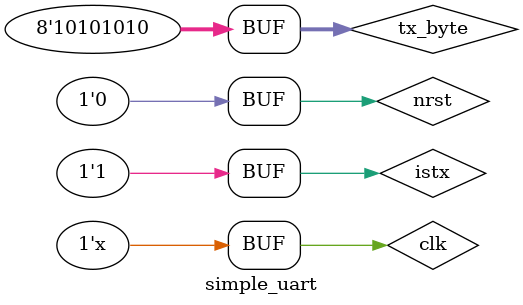
<source format=sv>
`timescale 1ns / 1ps


module simple_uart();
    logic clk = 0;
    logic nrst = 0;
    logic UART_RXD, UART_TXD;
    logic istx = 1;
    //logic [7:0] rx_byte;
    logic [7:0] tx_byte = 8'b10101010;
    always #10 clk=~clk;
    
    
    uart #(
    .baud_rate(9600) // default is 9600
    )
    uart0(
    .clk(clk), // The master clock for this module
    .rst(~nrst), // Synchronous reset
    .rx(UART_RXD), // Incoming serial line
    .tx(UART_TXD), // Outgoing serial line
    .transmit(istx), // Signal to transmit
    .tx_byte(), // Byte to transmit
    .received(), // Indicated that a byte has been received
    .rx_byte(), // Byte received
    .is_receiving(), // Low when receive line is idle
    .is_transmitting(),// Low when transmit line is idle
    .recv_error() // Indicates error in receiving packet.
    );
    
endmodule

</source>
